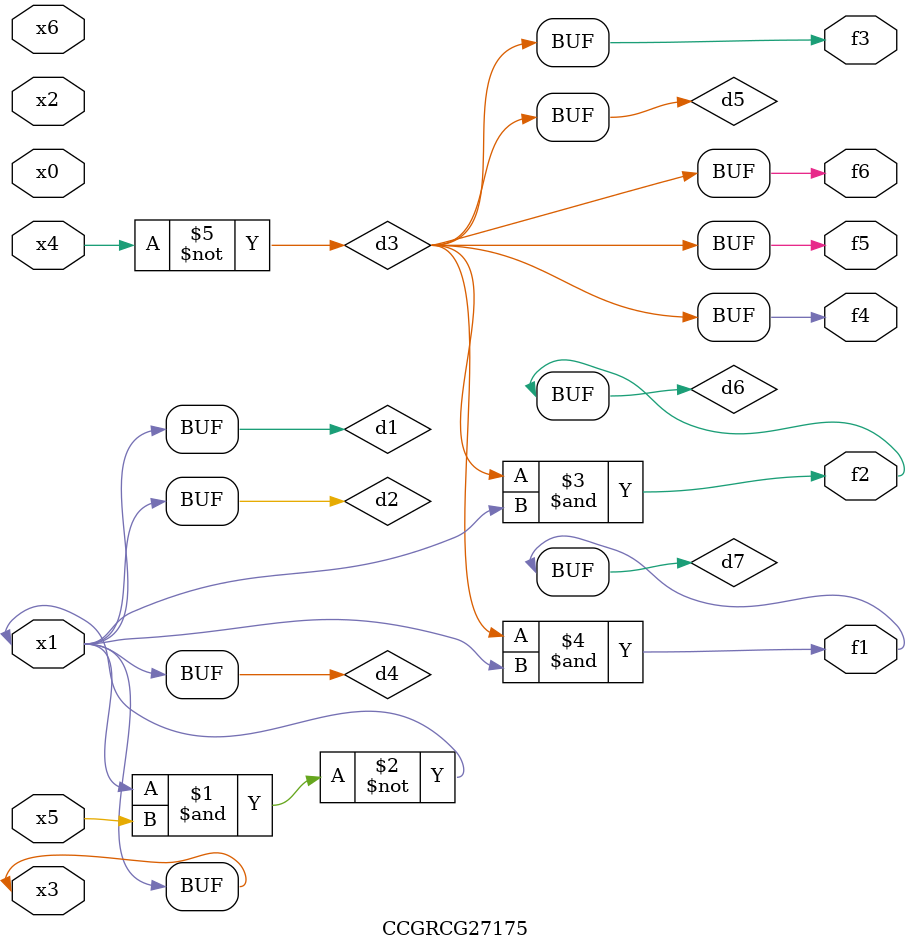
<source format=v>
module CCGRCG27175(
	input x0, x1, x2, x3, x4, x5, x6,
	output f1, f2, f3, f4, f5, f6
);

	wire d1, d2, d3, d4, d5, d6, d7;

	buf (d1, x1, x3);
	nand (d2, x1, x5);
	not (d3, x4);
	buf (d4, d1, d2);
	buf (d5, d3);
	and (d6, d3, d4);
	and (d7, d3, d4);
	assign f1 = d7;
	assign f2 = d6;
	assign f3 = d5;
	assign f4 = d5;
	assign f5 = d5;
	assign f6 = d5;
endmodule

</source>
